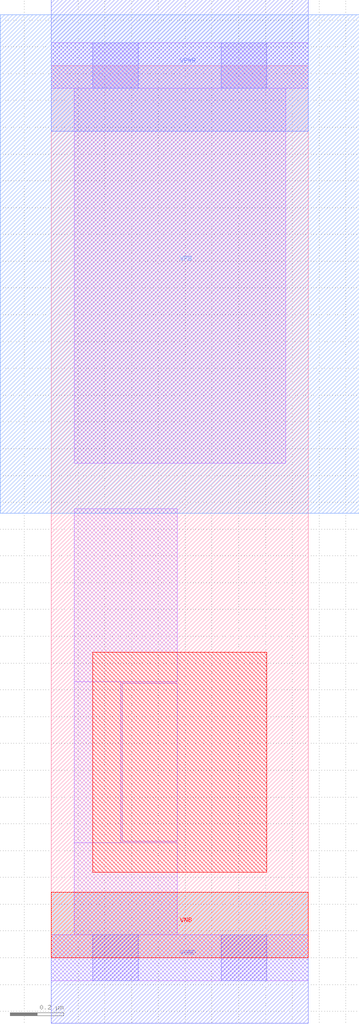
<source format=lef>
# Copyright 2020 The SkyWater PDK Authors
#
# Licensed under the Apache License, Version 2.0 (the "License");
# you may not use this file except in compliance with the License.
# You may obtain a copy of the License at
#
#     https://www.apache.org/licenses/LICENSE-2.0
#
# Unless required by applicable law or agreed to in writing, software
# distributed under the License is distributed on an "AS IS" BASIS,
# WITHOUT WARRANTIES OR CONDITIONS OF ANY KIND, either express or implied.
# See the License for the specific language governing permissions and
# limitations under the License.
#
# SPDX-License-Identifier: Apache-2.0

VERSION 5.7 ;
  NOWIREEXTENSIONATPIN ON ;
  DIVIDERCHAR "/" ;
  BUSBITCHARS "[]" ;
MACRO sky130_fd_sc_ls__decaphetap_2
  CLASS BLOCK ;
  FOREIGN sky130_fd_sc_ls__decaphetap_2 ;
  ORIGIN  0.000000  0.000000 ;
  SIZE  0.960000 BY  3.330000 ;
  PIN VNB
    PORT
      LAYER pwell ;
        RECT 0.000000 0.000000 0.960000 0.245000 ;
    END
  END VNB
  PIN VPB
    DIRECTION INPUT ;
    PORT
      LAYER nwell ;
        RECT -0.190000 1.660000 1.150000 3.520000 ;
    END
  END VPB
  PIN VGND
    DIRECTION INPUT ;
    USE GROUND ;
    PORT
      LAYER met1 ;
        RECT 0.000000 -0.245000 0.960000 0.245000 ;
    END
  END VGND
  PIN VPWR
    DIRECTION INPUT ;
    USE POWER ;
    PORT
      LAYER met1 ;
        RECT 0.000000 3.085000 0.960000 3.575000 ;
    END
  END VPWR
  OBS
    LAYER li1 ;
      RECT 0.000000 -0.085000 0.960000 0.085000 ;
      RECT 0.000000  3.245000 0.960000 3.415000 ;
      RECT 0.085000  0.085000 0.470000 0.430000 ;
      RECT 0.085000  0.430000 0.260000 1.030000 ;
      RECT 0.085000  1.030000 0.470000 1.675000 ;
      RECT 0.085000  1.845000 0.875000 3.245000 ;
      RECT 0.265000  0.435000 0.470000 1.025000 ;
    LAYER mcon ;
      RECT 0.155000 -0.085000 0.325000 0.085000 ;
      RECT 0.155000  3.245000 0.325000 3.415000 ;
      RECT 0.635000 -0.085000 0.805000 0.085000 ;
      RECT 0.635000  3.245000 0.805000 3.415000 ;
    LAYER pwell ;
      RECT 0.155000 0.320000 0.805000 1.140000 ;
  END
END sky130_fd_sc_ls__decaphetap_2
END LIBRARY

</source>
